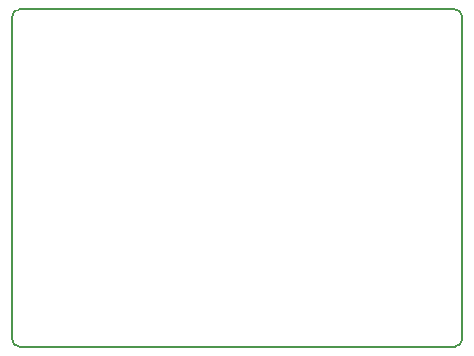
<source format=gbr>
G04 DipTrace 2.4.0.2*
%INBoardOutline.gbr*%
%MOIN*%
%ADD11C,0.0055*%
%FSLAX44Y44*%
G04*
G70*
G90*
G75*
G01*
%LNBoardOutline*%
%LPD*%
X0Y-20D2*
D11*
X14500D1*
G03X14750Y230I0J250D01*
G01*
Y10980D1*
G03X14500Y11230I-250J0D01*
G01*
X0D1*
G03X-250Y10980I0J-250D01*
G01*
Y230D1*
G03X0Y-20I250J0D01*
G01*
M02*

</source>
